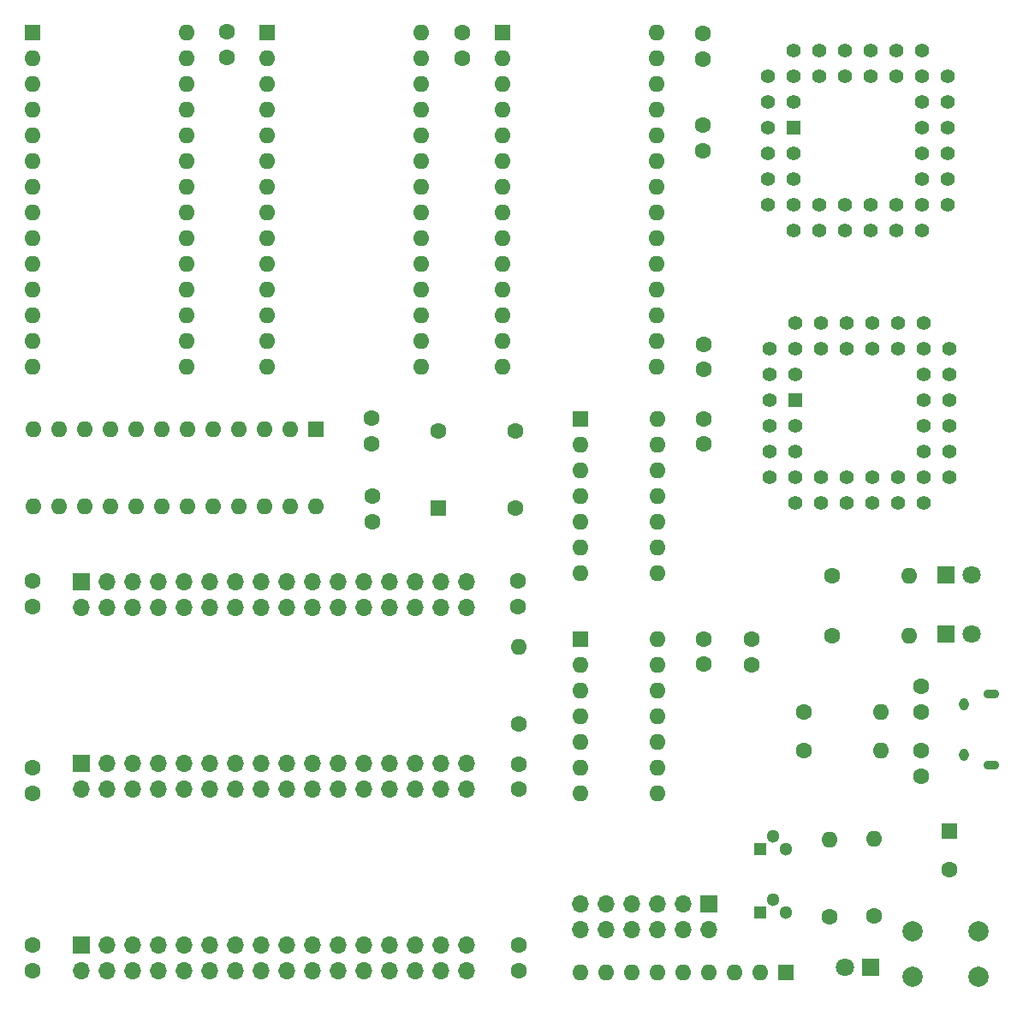
<source format=gbr>
%TF.GenerationSoftware,KiCad,Pcbnew,(5.1.12-1-10_14)*%
%TF.CreationDate,2022-01-05T12:48:35+01:00*%
%TF.ProjectId,n8 bit special,6e382062-6974-4207-9370-656369616c2e,2*%
%TF.SameCoordinates,Original*%
%TF.FileFunction,Soldermask,Bot*%
%TF.FilePolarity,Negative*%
%FSLAX46Y46*%
G04 Gerber Fmt 4.6, Leading zero omitted, Abs format (unit mm)*
G04 Created by KiCad (PCBNEW (5.1.12-1-10_14)) date 2022-01-05 12:48:35*
%MOMM*%
%LPD*%
G01*
G04 APERTURE LIST*
%ADD10C,1.600000*%
%ADD11O,1.600000X1.600000*%
%ADD12R,1.600000X1.600000*%
%ADD13O,1.700000X1.700000*%
%ADD14R,1.700000X1.700000*%
%ADD15C,1.422400*%
%ADD16R,1.422400X1.422400*%
%ADD17C,1.800000*%
%ADD18R,1.800000X1.800000*%
%ADD19R,1.300000X1.300000*%
%ADD20C,1.300000*%
%ADD21O,1.550000X0.890000*%
%ADD22O,0.950000X1.250000*%
%ADD23C,2.000000*%
G04 APERTURE END LIST*
D10*
%TO.C,C20*%
X178562000Y-108003000D03*
X178562000Y-110503000D03*
%TD*%
%TO.C,C19*%
X178587000Y-116825000D03*
X178587000Y-114325000D03*
%TD*%
%TO.C,C9*%
X157048000Y-105789000D03*
X157048000Y-103289000D03*
%TD*%
D11*
%TO.C,U10*%
X152451000Y-81559400D03*
X144831000Y-96799400D03*
X152451000Y-84099400D03*
X144831000Y-94259400D03*
X152451000Y-86639400D03*
X144831000Y-91719400D03*
X152451000Y-89179400D03*
X144831000Y-89179400D03*
X152451000Y-91719400D03*
X144831000Y-86639400D03*
X152451000Y-94259400D03*
X144831000Y-84099400D03*
X152451000Y-96799400D03*
D12*
X144831000Y-81559400D03*
%TD*%
D11*
%TO.C,R2*%
X138735000Y-104059000D03*
D10*
X138735000Y-111679000D03*
%TD*%
D13*
%TO.C,J6*%
X144869000Y-132029000D03*
X144869000Y-129489000D03*
X147409000Y-132029000D03*
X147409000Y-129489000D03*
X149949000Y-132029000D03*
X149949000Y-129489000D03*
X152489000Y-132029000D03*
X152489000Y-129489000D03*
X155029000Y-132029000D03*
X155029000Y-129489000D03*
X157569000Y-132029000D03*
D14*
X157569000Y-129489000D03*
%TD*%
D15*
%TO.C,U8*%
X166116000Y-72059800D03*
X168656000Y-72059800D03*
X171196000Y-72059800D03*
X173736000Y-72059800D03*
X176276000Y-72059800D03*
X163576000Y-74599800D03*
X168656000Y-74599800D03*
X171196000Y-74599800D03*
X173736000Y-74599800D03*
X176276000Y-74599800D03*
X178816000Y-74599800D03*
X181356000Y-74599800D03*
X181356000Y-77139800D03*
X181356000Y-79679800D03*
X181356000Y-82219800D03*
X181356000Y-84759800D03*
X181356000Y-87299800D03*
X178816000Y-72059800D03*
X178816000Y-77139800D03*
X178816000Y-79679800D03*
X178816000Y-82219800D03*
X178816000Y-84759800D03*
X178816000Y-87299800D03*
X178816000Y-89839800D03*
X176276000Y-89839800D03*
X173736000Y-89839800D03*
X171196000Y-89839800D03*
X168656000Y-89839800D03*
X166116000Y-89839800D03*
X176276000Y-87299800D03*
X173736000Y-87299800D03*
X171196000Y-87299800D03*
X168656000Y-87299800D03*
X166116000Y-87299800D03*
X163576000Y-77139800D03*
X163576000Y-79679800D03*
X163576000Y-87299800D03*
X163576000Y-84759800D03*
X163576000Y-82219800D03*
X166116000Y-74599800D03*
X166116000Y-77139800D03*
X166116000Y-84759800D03*
X166116000Y-82219800D03*
D16*
X166116000Y-79679800D03*
%TD*%
D11*
%TO.C,R8*%
X174612000Y-110503000D03*
D10*
X166992000Y-110503000D03*
%TD*%
D11*
%TO.C,R7*%
X174625000Y-114325000D03*
D10*
X167005000Y-114325000D03*
%TD*%
D11*
%TO.C,R6*%
X177399000Y-97038200D03*
D10*
X169779000Y-97038200D03*
%TD*%
D11*
%TO.C,R5*%
X177409000Y-102941000D03*
D10*
X169789000Y-102941000D03*
%TD*%
D17*
%TO.C,D3*%
X183566000Y-96977200D03*
D18*
X181026000Y-96977200D03*
%TD*%
D17*
%TO.C,D2*%
X183592000Y-102819000D03*
D18*
X181052000Y-102819000D03*
%TD*%
D10*
%TO.C,C18*%
X161844000Y-103327000D03*
X161844000Y-105827000D03*
%TD*%
%TO.C,C17*%
X157036000Y-74157200D03*
X157036000Y-76657200D03*
%TD*%
D15*
%TO.C,U1*%
X165964000Y-45110400D03*
X168504000Y-45110400D03*
X171044000Y-45110400D03*
X173584000Y-45110400D03*
X176124000Y-45110400D03*
X163424000Y-47650400D03*
X168504000Y-47650400D03*
X171044000Y-47650400D03*
X173584000Y-47650400D03*
X176124000Y-47650400D03*
X178664000Y-47650400D03*
X181204000Y-47650400D03*
X181204000Y-50190400D03*
X181204000Y-52730400D03*
X181204000Y-55270400D03*
X181204000Y-57810400D03*
X181204000Y-60350400D03*
X178664000Y-45110400D03*
X178664000Y-50190400D03*
X178664000Y-52730400D03*
X178664000Y-55270400D03*
X178664000Y-57810400D03*
X178664000Y-60350400D03*
X178664000Y-62890400D03*
X176124000Y-62890400D03*
X173584000Y-62890400D03*
X171044000Y-62890400D03*
X168504000Y-62890400D03*
X165964000Y-62890400D03*
X176124000Y-60350400D03*
X173584000Y-60350400D03*
X171044000Y-60350400D03*
X168504000Y-60350400D03*
X165964000Y-60350400D03*
X163424000Y-50190400D03*
X163424000Y-52730400D03*
X163424000Y-60350400D03*
X163424000Y-57810400D03*
X163424000Y-55270400D03*
X165964000Y-47650400D03*
X165964000Y-50190400D03*
X165964000Y-57810400D03*
X165964000Y-55270400D03*
D16*
X165964000Y-52730400D03*
%TD*%
D19*
%TO.C,Q1*%
X162611000Y-130315000D03*
D20*
X165151000Y-130315000D03*
X163881000Y-129045000D03*
%TD*%
D11*
%TO.C,R4*%
X169532000Y-123126000D03*
D10*
X169532000Y-130746000D03*
%TD*%
%TO.C,C16*%
X124244000Y-81497800D03*
X124244000Y-83997800D03*
%TD*%
%TO.C,X1*%
X138405000Y-90373200D03*
X138405000Y-82753200D03*
X130785000Y-82753200D03*
D12*
X130785000Y-90373200D03*
%TD*%
D21*
%TO.C,J1*%
X185513000Y-108742000D03*
X185513000Y-115742000D03*
D22*
X182813000Y-109742000D03*
X182813000Y-114742000D03*
%TD*%
D10*
%TO.C,C2*%
X181381400Y-126050200D03*
D12*
X181381400Y-122250200D03*
%TD*%
D10*
%TO.C,C1*%
X157036000Y-84048600D03*
X157036000Y-81548600D03*
%TD*%
%TO.C,C3*%
X90723700Y-133563000D03*
X90723700Y-136063000D03*
%TD*%
%TO.C,C4*%
X138803000Y-133568000D03*
X138803000Y-136068000D03*
%TD*%
%TO.C,C7*%
X90723700Y-116016000D03*
X90723700Y-118516000D03*
%TD*%
%TO.C,C8*%
X138770000Y-118161000D03*
X138770000Y-115661000D03*
%TD*%
%TO.C,C5*%
X90723700Y-97601000D03*
X90723700Y-100101000D03*
%TD*%
%TO.C,C6*%
X138719000Y-100101000D03*
X138719000Y-97601000D03*
%TD*%
%TO.C,C11*%
X156972000Y-52541800D03*
X156972000Y-55041800D03*
%TD*%
%TO.C,C12*%
X156947000Y-43459400D03*
X156947000Y-45959400D03*
%TD*%
%TO.C,C13*%
X133223000Y-43370500D03*
X133223000Y-45870500D03*
%TD*%
%TO.C,C14*%
X109918000Y-43307000D03*
X109918000Y-45807000D03*
%TD*%
D18*
%TO.C,D1*%
X173533000Y-135712000D03*
D17*
X170993000Y-135712000D03*
%TD*%
D14*
%TO.C,J2*%
X95539600Y-97637600D03*
D13*
X95539600Y-100177600D03*
X98079600Y-97637600D03*
X98079600Y-100177600D03*
X100619600Y-97637600D03*
X100619600Y-100177600D03*
X103159600Y-97637600D03*
X103159600Y-100177600D03*
X105699600Y-97637600D03*
X105699600Y-100177600D03*
X108239600Y-97637600D03*
X108239600Y-100177600D03*
X110779600Y-97637600D03*
X110779600Y-100177600D03*
X113319600Y-97637600D03*
X113319600Y-100177600D03*
X115859600Y-97637600D03*
X115859600Y-100177600D03*
X118399600Y-97637600D03*
X118399600Y-100177600D03*
X120939600Y-97637600D03*
X120939600Y-100177600D03*
X123479600Y-97637600D03*
X123479600Y-100177600D03*
X126019600Y-97637600D03*
X126019600Y-100177600D03*
X128559600Y-97637600D03*
X128559600Y-100177600D03*
X131099600Y-97637600D03*
X131099600Y-100177600D03*
X133639600Y-97637600D03*
X133639600Y-100177600D03*
%TD*%
D14*
%TO.C,J3*%
X95541800Y-133560000D03*
D13*
X95541800Y-136100000D03*
X98081800Y-133560000D03*
X98081800Y-136100000D03*
X100621800Y-133560000D03*
X100621800Y-136100000D03*
X103161800Y-133560000D03*
X103161800Y-136100000D03*
X105701800Y-133560000D03*
X105701800Y-136100000D03*
X108241800Y-133560000D03*
X108241800Y-136100000D03*
X110781800Y-133560000D03*
X110781800Y-136100000D03*
X113321800Y-133560000D03*
X113321800Y-136100000D03*
X115861800Y-133560000D03*
X115861800Y-136100000D03*
X118401800Y-133560000D03*
X118401800Y-136100000D03*
X120941800Y-133560000D03*
X120941800Y-136100000D03*
X123481800Y-133560000D03*
X123481800Y-136100000D03*
X126021800Y-133560000D03*
X126021800Y-136100000D03*
X128561800Y-133560000D03*
X128561800Y-136100000D03*
X131101800Y-133560000D03*
X131101800Y-136100000D03*
X133641800Y-133560000D03*
X133641800Y-136100000D03*
%TD*%
%TO.C,J4*%
X133639600Y-118143000D03*
X133639600Y-115603000D03*
X131099600Y-118143000D03*
X131099600Y-115603000D03*
X128559600Y-118143000D03*
X128559600Y-115603000D03*
X126019600Y-118143000D03*
X126019600Y-115603000D03*
X123479600Y-118143000D03*
X123479600Y-115603000D03*
X120939600Y-118143000D03*
X120939600Y-115603000D03*
X118399600Y-118143000D03*
X118399600Y-115603000D03*
X115859600Y-118143000D03*
X115859600Y-115603000D03*
X113319600Y-118143000D03*
X113319600Y-115603000D03*
X110779600Y-118143000D03*
X110779600Y-115603000D03*
X108239600Y-118143000D03*
X108239600Y-115603000D03*
X105699600Y-118143000D03*
X105699600Y-115603000D03*
X103159600Y-118143000D03*
X103159600Y-115603000D03*
X100619600Y-118143000D03*
X100619600Y-115603000D03*
X98079600Y-118143000D03*
X98079600Y-115603000D03*
X95539600Y-118143000D03*
D14*
X95539600Y-115603000D03*
%TD*%
D10*
%TO.C,R1*%
X173888000Y-130696000D03*
D11*
X173888000Y-123076000D03*
%TD*%
D12*
%TO.C,RN1*%
X165176000Y-136233000D03*
D11*
X162636000Y-136233000D03*
X160096000Y-136233000D03*
X157556000Y-136233000D03*
X155016000Y-136233000D03*
X152476000Y-136233000D03*
X149936000Y-136233000D03*
X147396000Y-136233000D03*
X144856000Y-136233000D03*
%TD*%
D20*
%TO.C,U7*%
X163881000Y-122758000D03*
X165151000Y-124028000D03*
D19*
X162611000Y-124028000D03*
%TD*%
D12*
%TO.C,U6*%
X118745000Y-82537300D03*
D11*
X90805000Y-90157300D03*
X116205000Y-82537300D03*
X93345000Y-90157300D03*
X113665000Y-82537300D03*
X95885000Y-90157300D03*
X111125000Y-82537300D03*
X98425000Y-90157300D03*
X108585000Y-82537300D03*
X100965000Y-90157300D03*
X106045000Y-82537300D03*
X103505000Y-90157300D03*
X103505000Y-82537300D03*
X106045000Y-90157300D03*
X100965000Y-82537300D03*
X108585000Y-90157300D03*
X98425000Y-82537300D03*
X111125000Y-90157300D03*
X95885000Y-82537300D03*
X113665000Y-90157300D03*
X93345000Y-82537300D03*
X116205000Y-90157300D03*
X90805000Y-82537300D03*
X118745000Y-90157300D03*
%TD*%
D10*
%TO.C,C15*%
X124282000Y-89179400D03*
X124282000Y-91679400D03*
%TD*%
D23*
%TO.C,SW1*%
X177736000Y-136682000D03*
X177736000Y-132182000D03*
X184236000Y-136682000D03*
X184236000Y-132182000D03*
%TD*%
D12*
%TO.C,U2*%
X137160000Y-43370500D03*
D11*
X152400000Y-76390500D03*
X137160000Y-45910500D03*
X152400000Y-73850500D03*
X137160000Y-48450500D03*
X152400000Y-71310500D03*
X137160000Y-50990500D03*
X152400000Y-68770500D03*
X137160000Y-53530500D03*
X152400000Y-66230500D03*
X137160000Y-56070500D03*
X152400000Y-63690500D03*
X137160000Y-58610500D03*
X152400000Y-61150500D03*
X137160000Y-61150500D03*
X152400000Y-58610500D03*
X137160000Y-63690500D03*
X152400000Y-56070500D03*
X137160000Y-66230500D03*
X152400000Y-53530500D03*
X137160000Y-68770500D03*
X152400000Y-50990500D03*
X137160000Y-71310500D03*
X152400000Y-48450500D03*
X137160000Y-73850500D03*
X152400000Y-45910500D03*
X137160000Y-76390500D03*
X152400000Y-43370500D03*
%TD*%
D12*
%TO.C,U3*%
X113919000Y-43370500D03*
D11*
X129159000Y-76390500D03*
X113919000Y-45910500D03*
X129159000Y-73850500D03*
X113919000Y-48450500D03*
X129159000Y-71310500D03*
X113919000Y-50990500D03*
X129159000Y-68770500D03*
X113919000Y-53530500D03*
X129159000Y-66230500D03*
X113919000Y-56070500D03*
X129159000Y-63690500D03*
X113919000Y-58610500D03*
X129159000Y-61150500D03*
X113919000Y-61150500D03*
X129159000Y-58610500D03*
X113919000Y-63690500D03*
X129159000Y-56070500D03*
X113919000Y-66230500D03*
X129159000Y-53530500D03*
X113919000Y-68770500D03*
X129159000Y-50990500D03*
X113919000Y-71310500D03*
X129159000Y-48450500D03*
X113919000Y-73850500D03*
X129159000Y-45910500D03*
X113919000Y-76390500D03*
X129159000Y-43370500D03*
%TD*%
%TO.C,U4*%
X105918000Y-43370500D03*
X90678000Y-76390500D03*
X105918000Y-45910500D03*
X90678000Y-73850500D03*
X105918000Y-48450500D03*
X90678000Y-71310500D03*
X105918000Y-50990500D03*
X90678000Y-68770500D03*
X105918000Y-53530500D03*
X90678000Y-66230500D03*
X105918000Y-56070500D03*
X90678000Y-63690500D03*
X105918000Y-58610500D03*
X90678000Y-61150500D03*
X105918000Y-61150500D03*
X90678000Y-58610500D03*
X105918000Y-63690500D03*
X90678000Y-56070500D03*
X105918000Y-66230500D03*
X90678000Y-53530500D03*
X105918000Y-68770500D03*
X90678000Y-50990500D03*
X105918000Y-71310500D03*
X90678000Y-48450500D03*
X105918000Y-73850500D03*
X90678000Y-45910500D03*
X105918000Y-76390500D03*
D12*
X90678000Y-43370500D03*
%TD*%
%TO.C,U5*%
X144856000Y-103314000D03*
D11*
X152476000Y-118554000D03*
X144856000Y-105854000D03*
X152476000Y-116014000D03*
X144856000Y-108394000D03*
X152476000Y-113474000D03*
X144856000Y-110934000D03*
X152476000Y-110934000D03*
X144856000Y-113474000D03*
X152476000Y-108394000D03*
X144856000Y-116014000D03*
X152476000Y-105854000D03*
X144856000Y-118554000D03*
X152476000Y-103314000D03*
%TD*%
M02*

</source>
